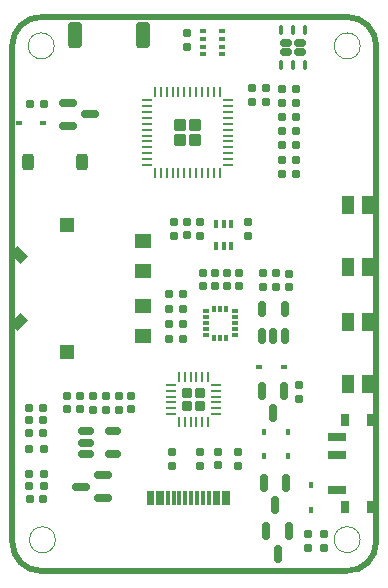
<source format=gbr>
%TF.GenerationSoftware,KiCad,Pcbnew,(6.0.0-rc1-323-gb9e66d8b98)*%
%TF.CreationDate,2021-12-20T00:28:19+08:00*%
%TF.ProjectId,XSense,5853656e-7365-42e6-9b69-6361645f7063,rev?*%
%TF.SameCoordinates,PXb340ac0PY76b1be0*%
%TF.FileFunction,Paste,Top*%
%TF.FilePolarity,Positive*%
%FSLAX46Y46*%
G04 Gerber Fmt 4.6, Leading zero omitted, Abs format (unit mm)*
G04 Created by KiCad (PCBNEW (6.0.0-rc1-323-gb9e66d8b98)) date 2021-12-20 00:28:19*
%MOMM*%
%LPD*%
G01*
G04 APERTURE LIST*
G04 Aperture macros list*
%AMRoundRect*
0 Rectangle with rounded corners*
0 $1 Rounding radius*
0 $2 $3 $4 $5 $6 $7 $8 $9 X,Y pos of 4 corners*
0 Add a 4 corners polygon primitive as box body*
4,1,4,$2,$3,$4,$5,$6,$7,$8,$9,$2,$3,0*
0 Add four circle primitives for the rounded corners*
1,1,$1+$1,$2,$3*
1,1,$1+$1,$4,$5*
1,1,$1+$1,$6,$7*
1,1,$1+$1,$8,$9*
0 Add four rect primitives between the rounded corners*
20,1,$1+$1,$2,$3,$4,$5,0*
20,1,$1+$1,$4,$5,$6,$7,0*
20,1,$1+$1,$6,$7,$8,$9,0*
20,1,$1+$1,$8,$9,$2,$3,0*%
%AMRotRect*
0 Rectangle, with rotation*
0 The origin of the aperture is its center*
0 $1 length*
0 $2 width*
0 $3 Rotation angle, in degrees counterclockwise*
0 Add horizontal line*
21,1,$1,$2,0,0,$3*%
G04 Aperture macros list end*
%TA.AperFunction,Profile*%
%ADD10C,0.500000*%
%TD*%
%TA.AperFunction,Profile*%
%ADD11C,0.100000*%
%TD*%
%ADD12RoundRect,0.150000X-0.512500X-0.150000X0.512500X-0.150000X0.512500X0.150000X-0.512500X0.150000X0*%
%ADD13RoundRect,0.150000X0.587500X0.150000X-0.587500X0.150000X-0.587500X-0.150000X0.587500X-0.150000X0*%
%ADD14RoundRect,0.155000X0.212500X0.155000X-0.212500X0.155000X-0.212500X-0.155000X0.212500X-0.155000X0*%
%ADD15RoundRect,0.155000X0.155000X-0.212500X0.155000X0.212500X-0.155000X0.212500X-0.155000X-0.212500X0*%
%ADD16RoundRect,0.160000X-0.160000X0.197500X-0.160000X-0.197500X0.160000X-0.197500X0.160000X0.197500X0*%
%ADD17R,0.600000X0.450000*%
%ADD18RoundRect,0.160000X-0.197500X-0.160000X0.197500X-0.160000X0.197500X0.160000X-0.197500X0.160000X0*%
%ADD19R,1.000000X1.550000*%
%ADD20RoundRect,0.155000X-0.212500X-0.155000X0.212500X-0.155000X0.212500X0.155000X-0.212500X0.155000X0*%
%ADD21RoundRect,0.160000X0.197500X0.160000X-0.197500X0.160000X-0.197500X-0.160000X0.197500X-0.160000X0*%
%ADD22RoundRect,0.150000X-0.150000X0.587500X-0.150000X-0.587500X0.150000X-0.587500X0.150000X0.587500X0*%
%ADD23RoundRect,0.160000X0.160000X-0.197500X0.160000X0.197500X-0.160000X0.197500X-0.160000X-0.197500X0*%
%ADD24R,1.300000X1.200000*%
%ADD25RotRect,0.850000X1.200000X135.000000*%
%ADD26RotRect,0.850000X1.200000X225.000000*%
%ADD27R,1.400000X1.300000*%
%ADD28RoundRect,0.217500X0.217500X-0.217500X0.217500X0.217500X-0.217500X0.217500X-0.217500X-0.217500X0*%
%ADD29RoundRect,0.062500X0.062500X-0.375000X0.062500X0.375000X-0.062500X0.375000X-0.062500X-0.375000X0*%
%ADD30RoundRect,0.062500X0.375000X-0.062500X0.375000X0.062500X-0.375000X0.062500X-0.375000X-0.062500X0*%
%ADD31R,0.400000X0.650000*%
%ADD32RoundRect,0.155000X-0.155000X0.212500X-0.155000X-0.212500X0.155000X-0.212500X0.155000X0.212500X0*%
%ADD33RoundRect,0.087500X-0.187500X-0.087500X0.187500X-0.087500X0.187500X0.087500X-0.187500X0.087500X0*%
%ADD34RoundRect,0.087500X-0.087500X-0.187500X0.087500X-0.187500X0.087500X0.187500X-0.087500X0.187500X0*%
%ADD35R,0.300000X1.150000*%
%ADD36R,0.800000X1.000000*%
%ADD37R,1.500000X0.700000*%
%ADD38R,0.450000X0.600000*%
%ADD39RoundRect,0.250000X0.350000X0.850000X-0.350000X0.850000X-0.350000X-0.850000X0.350000X-0.850000X0*%
%ADD40RoundRect,0.250000X-0.250000X-0.450000X0.250000X-0.450000X0.250000X0.450000X-0.250000X0.450000X0*%
%ADD41R,0.500000X0.350000*%
%ADD42RoundRect,0.150000X0.150000X-0.512500X0.150000X0.512500X-0.150000X0.512500X-0.150000X-0.512500X0*%
%ADD43RoundRect,0.150000X-0.587500X-0.150000X0.587500X-0.150000X0.587500X0.150000X-0.587500X0.150000X0*%
%ADD44RoundRect,0.150000X-0.335000X0.150000X-0.335000X-0.150000X0.335000X-0.150000X0.335000X0.150000X0*%
%ADD45RoundRect,0.100000X-0.100000X0.300000X-0.100000X-0.300000X0.100000X-0.300000X0.100000X0.300000X0*%
%ADD46RoundRect,0.250000X-0.270000X-0.270000X0.270000X-0.270000X0.270000X0.270000X-0.270000X0.270000X0*%
%ADD47RoundRect,0.062500X-0.375000X-0.062500X0.375000X-0.062500X0.375000X0.062500X-0.375000X0.062500X0*%
%ADD48RoundRect,0.062500X-0.062500X-0.375000X0.062500X-0.375000X0.062500X0.375000X-0.062500X0.375000X0*%
G04 APERTURE END LIST*
D10*
X582946Y2477666D02*
G75*
G03*
X3040002Y4722I2457054J-15839D01*
G01*
X3054640Y46925855D02*
X28951133Y46920051D01*
X31408189Y44447107D02*
X31397105Y2460002D01*
D11*
X4236974Y2650000D02*
G75*
G03*
X4236974Y2650000I-1100000J0D01*
G01*
D10*
X28924161Y2946D02*
G75*
G03*
X31397105Y2460002I15839J2457054D01*
G01*
X3054640Y46925855D02*
G75*
G03*
X581696Y44468799I-15842J-2457051D01*
G01*
D11*
X30051135Y44462946D02*
G75*
G03*
X30051135Y44462946I-1100000J0D01*
G01*
X30040000Y2662946D02*
G75*
G03*
X30040000Y2662946I-1100000J0D01*
G01*
X4138798Y44468804D02*
G75*
G03*
X4138798Y44468804I-1100000J0D01*
G01*
D10*
X582946Y2490000D02*
X581696Y44468799D01*
X31408189Y44447107D02*
G75*
G03*
X28951133Y46920051I-2457054J15839D01*
G01*
X28924161Y2946D02*
X3030000Y4722D01*
D12*
%TO.C,U5*%
X6828215Y11817500D03*
X6828215Y10867500D03*
X6828215Y9917500D03*
X9103215Y9917500D03*
X9103215Y11817500D03*
%TD*%
D13*
%TO.C,Q6*%
X8277500Y6210000D03*
X8277500Y8110000D03*
X6402500Y7160000D03*
%TD*%
D14*
%TO.C,C1*%
X22037500Y40883750D03*
X20902500Y40883750D03*
%TD*%
D15*
%TO.C,C16*%
X19740000Y8925000D03*
X19740000Y10060000D03*
%TD*%
D16*
%TO.C,R7*%
X24840000Y15757500D03*
X24840000Y14562500D03*
%TD*%
D17*
%TO.C,D2*%
X21490000Y17260000D03*
X23590000Y17260000D03*
%TD*%
%TO.C,D1*%
X1125500Y37912000D03*
X3225500Y37912000D03*
%TD*%
D18*
%TO.C,R22*%
X23415000Y38445000D03*
X24610000Y38445000D03*
%TD*%
D15*
%TO.C,C2*%
X16714000Y24106000D03*
X16714000Y25241000D03*
%TD*%
D19*
%TO.C,SW4*%
X30720000Y25705000D03*
X30720000Y30955000D03*
X29020000Y25705000D03*
X29020000Y30955000D03*
%TD*%
D20*
%TO.C,C12*%
X2092500Y6135250D03*
X3227500Y6135250D03*
%TD*%
D21*
%TO.C,R20*%
X3237500Y10374750D03*
X2042500Y10374750D03*
%TD*%
D22*
%TO.C,Q3*%
X23790000Y7497500D03*
X21890000Y7497500D03*
X22840000Y5622500D03*
%TD*%
D23*
%TO.C,R8*%
X7420000Y13642500D03*
X7420000Y14837500D03*
%TD*%
%TO.C,R10*%
X16486000Y8882500D03*
X16486000Y10077500D03*
%TD*%
D16*
%TO.C,R16*%
X20540000Y29557500D03*
X20540000Y28362500D03*
%TD*%
D24*
%TO.C,U8*%
X5250000Y18525000D03*
D25*
X1122000Y21097000D03*
D26*
X1122000Y26753000D03*
D24*
X5250000Y29325000D03*
D27*
X11650000Y19925000D03*
X11650000Y27925000D03*
X11650000Y25400000D03*
X11650000Y22450000D03*
%TD*%
D28*
%TO.C,U6*%
X16470000Y15070000D03*
X15390000Y15070000D03*
X15390000Y13990000D03*
X16470000Y13990000D03*
D29*
X14680000Y12592500D03*
X15180000Y12592500D03*
X15680000Y12592500D03*
X16180000Y12592500D03*
X16680000Y12592500D03*
X17180000Y12592500D03*
D30*
X17867500Y13280000D03*
X17867500Y13780000D03*
X17867500Y14280000D03*
X17867500Y14780000D03*
X17867500Y15280000D03*
X17867500Y15780000D03*
D29*
X17180000Y16467500D03*
X16680000Y16467500D03*
X16180000Y16467500D03*
X15680000Y16467500D03*
X15180000Y16467500D03*
X14680000Y16467500D03*
D30*
X13992500Y15780000D03*
X13992500Y15280000D03*
X13992500Y14780000D03*
X13992500Y14280000D03*
X13992500Y13780000D03*
X13992500Y13280000D03*
%TD*%
D21*
%TO.C,R28*%
X15040000Y23437500D03*
X13845000Y23437500D03*
%TD*%
D31*
%TO.C,Q5*%
X17846500Y27510000D03*
X18496500Y27510000D03*
X19146500Y27510000D03*
X19146500Y29410000D03*
X18496500Y29410000D03*
X17846500Y29410000D03*
%TD*%
D15*
%TO.C,C15*%
X15382822Y44387500D03*
X15382822Y45522500D03*
%TD*%
D18*
%TO.C,R3*%
X13845000Y20924168D03*
X15040000Y20924168D03*
%TD*%
D32*
%TO.C,C14*%
X10660000Y14830000D03*
X10660000Y13695000D03*
%TD*%
D21*
%TO.C,R1*%
X3270500Y39560000D03*
X2075500Y39560000D03*
%TD*%
D23*
%TO.C,R11*%
X26940000Y1962500D03*
X26940000Y3157500D03*
%TD*%
D22*
%TO.C,Q4*%
X24000000Y3359500D03*
X22100000Y3359500D03*
X23050000Y1484500D03*
%TD*%
D33*
%TO.C,U2*%
X16975000Y21997500D03*
X16975000Y21497500D03*
X16975000Y20997500D03*
X16975000Y20497500D03*
X16975000Y19997500D03*
D34*
X17700000Y19772500D03*
X18200000Y19772500D03*
X18700000Y19772500D03*
D33*
X19425000Y19997500D03*
X19425000Y20497500D03*
X19425000Y20997500D03*
X19425000Y21497500D03*
X19425000Y21997500D03*
D34*
X18700000Y22222500D03*
X18200000Y22222500D03*
X17700000Y22222500D03*
%TD*%
D14*
%TO.C,C11*%
X3175000Y13840857D03*
X2040000Y13840857D03*
%TD*%
D21*
%TO.C,R14*%
X3225000Y11669143D03*
X2030000Y11669143D03*
%TD*%
D32*
%TO.C,D4*%
X6329143Y14827500D03*
X6329143Y13692500D03*
%TD*%
D35*
%TO.C,U3*%
X12144000Y6210000D03*
X12944000Y6210000D03*
X14244000Y6210000D03*
X15244000Y6210000D03*
X15744000Y6210000D03*
X16744000Y6210000D03*
X18044000Y6210000D03*
X18844000Y6210000D03*
X18544000Y6210000D03*
X17744000Y6210000D03*
X17244000Y6210000D03*
X16244000Y6210000D03*
X14744000Y6210000D03*
X13744000Y6210000D03*
X13244000Y6210000D03*
X12444000Y6210000D03*
%TD*%
D36*
%TO.C,SW1*%
X28745000Y5460000D03*
X28745000Y12760000D03*
X30955000Y12760000D03*
X30955000Y5460000D03*
D37*
X28095000Y6860000D03*
X28095000Y9860000D03*
X28095000Y11360000D03*
%TD*%
D15*
%TO.C,C13*%
X17980000Y8962500D03*
X17980000Y10097500D03*
%TD*%
D21*
%TO.C,R27*%
X15040000Y19667500D03*
X13845000Y19667500D03*
%TD*%
D18*
%TO.C,R25*%
X23415000Y39648750D03*
X24610000Y39648750D03*
%TD*%
D38*
%TO.C,D5*%
X25840000Y7310000D03*
X25840000Y5210000D03*
%TD*%
D18*
%TO.C,R19*%
X2042500Y8260000D03*
X3237500Y8260000D03*
%TD*%
D39*
%TO.C,AE1*%
X11640000Y45360000D03*
X5940000Y45360000D03*
%TD*%
D40*
%TO.C,BZ1*%
X1901500Y34624000D03*
X6501500Y34624000D03*
%TD*%
D16*
%TO.C,R6*%
X9621715Y14837500D03*
X9621715Y13642500D03*
%TD*%
%TO.C,R9*%
X8520857Y14837500D03*
X8520857Y13642500D03*
%TD*%
D15*
%TO.C,C4*%
X18746000Y24106000D03*
X18746000Y25241000D03*
%TD*%
D21*
%TO.C,R4*%
X22087500Y39690000D03*
X20892500Y39690000D03*
%TD*%
D19*
%TO.C,SW5*%
X30720000Y15825000D03*
X30720000Y21075000D03*
X29020000Y15825000D03*
X29020000Y21075000D03*
%TD*%
D15*
%TO.C,C3*%
X17730000Y24106000D03*
X17730000Y25241000D03*
%TD*%
D41*
%TO.C,U9*%
X18372822Y45710000D03*
X18372822Y45060000D03*
X18372822Y44410000D03*
X18372822Y43760000D03*
X16772822Y43760000D03*
X16772822Y44410000D03*
X16772822Y45060000D03*
X16772822Y45710000D03*
%TD*%
D15*
%TO.C,C8*%
X24040000Y24042500D03*
X24040000Y25177500D03*
%TD*%
D42*
%TO.C,U4*%
X21740000Y19917500D03*
X22690000Y19917500D03*
X23640000Y19917500D03*
X23640000Y22192500D03*
X21740000Y22192500D03*
%TD*%
D18*
%TO.C,R15*%
X2042500Y7192625D03*
X3237500Y7192625D03*
%TD*%
%TO.C,R21*%
X23415000Y36037500D03*
X24610000Y36037500D03*
%TD*%
D43*
%TO.C,Q1*%
X5304000Y39624000D03*
X5304000Y37724000D03*
X7179000Y38674000D03*
%TD*%
D32*
%TO.C,C6*%
X15349500Y29547500D03*
X15349500Y28412500D03*
%TD*%
D15*
%TO.C,C5*%
X19762000Y24106000D03*
X19762000Y25241000D03*
%TD*%
D44*
%TO.C,U10*%
X24940000Y44710000D03*
X23740000Y44710000D03*
X24940000Y43960000D03*
X23740000Y43960000D03*
D45*
X25340000Y45785000D03*
X24340000Y45785000D03*
X23340000Y45785000D03*
X23340000Y42885000D03*
X24340000Y42885000D03*
X25340000Y42885000D03*
%TD*%
D15*
%TO.C,C9*%
X21840000Y24092500D03*
X21840000Y25227500D03*
%TD*%
D21*
%TO.C,R2*%
X15040000Y22180834D03*
X13845000Y22180834D03*
%TD*%
D18*
%TO.C,R24*%
X23415000Y40852500D03*
X24610000Y40852500D03*
%TD*%
D23*
%TO.C,R5*%
X14246000Y28362500D03*
X14246000Y29557500D03*
%TD*%
D16*
%TO.C,R17*%
X16453000Y29557500D03*
X16453000Y28362500D03*
%TD*%
%TO.C,R12*%
X25640000Y3157500D03*
X25640000Y1962500D03*
%TD*%
D23*
%TO.C,R26*%
X22940000Y24032500D03*
X22940000Y25227500D03*
%TD*%
D38*
%TO.C,D6*%
X23940000Y9710000D03*
X23940000Y11810000D03*
%TD*%
D23*
%TO.C,R13*%
X14100000Y8922500D03*
X14100000Y10117500D03*
%TD*%
D18*
%TO.C,R29*%
X23415000Y34833750D03*
X24610000Y34833750D03*
%TD*%
D14*
%TO.C,C10*%
X3175000Y12760000D03*
X2040000Y12760000D03*
%TD*%
D46*
%TO.C,U1*%
X16050000Y36480000D03*
X16050000Y37770000D03*
X14760000Y37770000D03*
X14760000Y36480000D03*
D47*
X11967500Y39875000D03*
X11967500Y39375000D03*
X11967500Y38875000D03*
X11967500Y38375000D03*
X11967500Y37875000D03*
X11967500Y37375000D03*
X11967500Y36875000D03*
X11967500Y36375000D03*
X11967500Y35875000D03*
X11967500Y35375000D03*
X11967500Y34875000D03*
X11967500Y34375000D03*
D48*
X12655000Y33687500D03*
X13155000Y33687500D03*
X13655000Y33687500D03*
X14155000Y33687500D03*
X14655000Y33687500D03*
X15155000Y33687500D03*
X15655000Y33687500D03*
X16155000Y33687500D03*
X16655000Y33687500D03*
X17155000Y33687500D03*
X17655000Y33687500D03*
X18155000Y33687500D03*
D47*
X18842500Y34375000D03*
X18842500Y34875000D03*
X18842500Y35375000D03*
X18842500Y35875000D03*
X18842500Y36375000D03*
X18842500Y36875000D03*
X18842500Y37375000D03*
X18842500Y37875000D03*
X18842500Y38375000D03*
X18842500Y38875000D03*
X18842500Y39375000D03*
X18842500Y39875000D03*
D48*
X18155000Y40562500D03*
X17655000Y40562500D03*
X17155000Y40562500D03*
X16655000Y40562500D03*
X16155000Y40562500D03*
X15655000Y40562500D03*
X15155000Y40562500D03*
X14655000Y40562500D03*
X14155000Y40562500D03*
X13655000Y40562500D03*
X13155000Y40562500D03*
X12655000Y40562500D03*
%TD*%
D22*
%TO.C,Q2*%
X23590000Y15260000D03*
X21690000Y15260000D03*
X22640000Y13385000D03*
%TD*%
D18*
%TO.C,R30*%
X23415000Y33630000D03*
X24610000Y33630000D03*
%TD*%
D38*
%TO.C,D3*%
X21940000Y9710000D03*
X21940000Y11810000D03*
%TD*%
D18*
%TO.C,R23*%
X23415000Y37241250D03*
X24610000Y37241250D03*
%TD*%
D32*
%TO.C,C7*%
X5248286Y14827500D03*
X5248286Y13692500D03*
%TD*%
M02*

</source>
